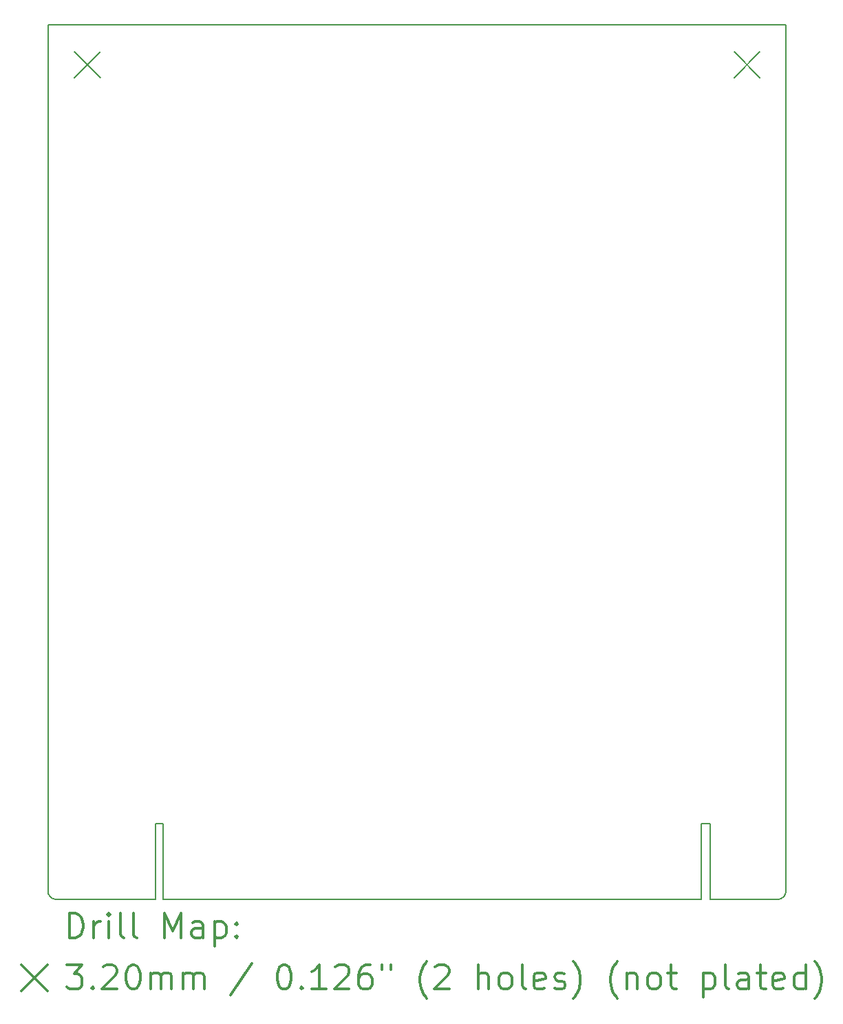
<source format=gbr>
%FSLAX45Y45*%
G04 Gerber Fmt 4.5, Leading zero omitted, Abs format (unit mm)*
G04 Created by KiCad (PCBNEW 4.0.7) date 07/15/18 20:55:24*
%MOMM*%
%LPD*%
G01*
G04 APERTURE LIST*
%ADD10C,0.127000*%
%ADD11C,0.150000*%
%ADD12C,0.200000*%
%ADD13C,0.300000*%
G04 APERTURE END LIST*
D10*
D11*
X7614158Y-14453946D02*
G75*
G03X7714158Y-14553946I100000J0D01*
G01*
X16594150Y-14553946D02*
G75*
G03X16694150Y-14453946I0J100000D01*
G01*
X15758160Y-14553946D02*
X16594150Y-14553946D01*
X9030208Y-14553946D02*
X15654528Y-14553946D01*
X9030208Y-13618464D02*
X9030208Y-14553946D01*
X8936736Y-13618464D02*
X9030208Y-13618464D01*
X8936736Y-14553946D02*
X8936736Y-13618464D01*
X15758160Y-13624560D02*
X15758160Y-14553946D01*
X15654528Y-13624560D02*
X15758160Y-13624560D01*
X15654528Y-14553946D02*
X15654528Y-13624560D01*
X7614158Y-3804920D02*
X7614158Y-14453946D01*
X16694150Y-3804920D02*
X7614158Y-3804920D01*
X16694150Y-14453946D02*
X16694150Y-3804920D01*
X7714158Y-14553946D02*
X8936736Y-14553946D01*
D12*
X7938790Y-4133870D02*
X8258790Y-4453870D01*
X8258790Y-4133870D02*
X7938790Y-4453870D01*
X16055360Y-4133870D02*
X16375360Y-4453870D01*
X16375360Y-4133870D02*
X16055360Y-4453870D01*
D13*
X7878086Y-15027160D02*
X7878086Y-14727160D01*
X7949515Y-14727160D01*
X7992372Y-14741446D01*
X8020944Y-14770017D01*
X8035229Y-14798589D01*
X8049515Y-14855732D01*
X8049515Y-14898589D01*
X8035229Y-14955732D01*
X8020944Y-14984303D01*
X7992372Y-15012875D01*
X7949515Y-15027160D01*
X7878086Y-15027160D01*
X8178086Y-15027160D02*
X8178086Y-14827160D01*
X8178086Y-14884303D02*
X8192372Y-14855732D01*
X8206658Y-14841446D01*
X8235229Y-14827160D01*
X8263801Y-14827160D01*
X8363801Y-15027160D02*
X8363801Y-14827160D01*
X8363801Y-14727160D02*
X8349515Y-14741446D01*
X8363801Y-14755732D01*
X8378086Y-14741446D01*
X8363801Y-14727160D01*
X8363801Y-14755732D01*
X8549515Y-15027160D02*
X8520944Y-15012875D01*
X8506658Y-14984303D01*
X8506658Y-14727160D01*
X8706658Y-15027160D02*
X8678087Y-15012875D01*
X8663801Y-14984303D01*
X8663801Y-14727160D01*
X9049515Y-15027160D02*
X9049515Y-14727160D01*
X9149515Y-14941446D01*
X9249515Y-14727160D01*
X9249515Y-15027160D01*
X9520944Y-15027160D02*
X9520944Y-14870017D01*
X9506658Y-14841446D01*
X9478087Y-14827160D01*
X9420944Y-14827160D01*
X9392372Y-14841446D01*
X9520944Y-15012875D02*
X9492372Y-15027160D01*
X9420944Y-15027160D01*
X9392372Y-15012875D01*
X9378087Y-14984303D01*
X9378087Y-14955732D01*
X9392372Y-14927160D01*
X9420944Y-14912875D01*
X9492372Y-14912875D01*
X9520944Y-14898589D01*
X9663801Y-14827160D02*
X9663801Y-15127160D01*
X9663801Y-14841446D02*
X9692372Y-14827160D01*
X9749515Y-14827160D01*
X9778087Y-14841446D01*
X9792372Y-14855732D01*
X9806658Y-14884303D01*
X9806658Y-14970017D01*
X9792372Y-14998589D01*
X9778087Y-15012875D01*
X9749515Y-15027160D01*
X9692372Y-15027160D01*
X9663801Y-15012875D01*
X9935229Y-14998589D02*
X9949515Y-15012875D01*
X9935229Y-15027160D01*
X9920944Y-15012875D01*
X9935229Y-14998589D01*
X9935229Y-15027160D01*
X9935229Y-14841446D02*
X9949515Y-14855732D01*
X9935229Y-14870017D01*
X9920944Y-14855732D01*
X9935229Y-14841446D01*
X9935229Y-14870017D01*
X7286658Y-15361446D02*
X7606658Y-15681446D01*
X7606658Y-15361446D02*
X7286658Y-15681446D01*
X7849515Y-15357160D02*
X8035229Y-15357160D01*
X7935229Y-15471446D01*
X7978086Y-15471446D01*
X8006658Y-15485732D01*
X8020944Y-15500017D01*
X8035229Y-15528589D01*
X8035229Y-15600017D01*
X8020944Y-15628589D01*
X8006658Y-15642875D01*
X7978086Y-15657160D01*
X7892372Y-15657160D01*
X7863801Y-15642875D01*
X7849515Y-15628589D01*
X8163801Y-15628589D02*
X8178086Y-15642875D01*
X8163801Y-15657160D01*
X8149515Y-15642875D01*
X8163801Y-15628589D01*
X8163801Y-15657160D01*
X8292372Y-15385732D02*
X8306658Y-15371446D01*
X8335229Y-15357160D01*
X8406658Y-15357160D01*
X8435229Y-15371446D01*
X8449515Y-15385732D01*
X8463801Y-15414303D01*
X8463801Y-15442875D01*
X8449515Y-15485732D01*
X8278086Y-15657160D01*
X8463801Y-15657160D01*
X8649515Y-15357160D02*
X8678087Y-15357160D01*
X8706658Y-15371446D01*
X8720944Y-15385732D01*
X8735229Y-15414303D01*
X8749515Y-15471446D01*
X8749515Y-15542875D01*
X8735229Y-15600017D01*
X8720944Y-15628589D01*
X8706658Y-15642875D01*
X8678087Y-15657160D01*
X8649515Y-15657160D01*
X8620944Y-15642875D01*
X8606658Y-15628589D01*
X8592372Y-15600017D01*
X8578087Y-15542875D01*
X8578087Y-15471446D01*
X8592372Y-15414303D01*
X8606658Y-15385732D01*
X8620944Y-15371446D01*
X8649515Y-15357160D01*
X8878087Y-15657160D02*
X8878087Y-15457160D01*
X8878087Y-15485732D02*
X8892372Y-15471446D01*
X8920944Y-15457160D01*
X8963801Y-15457160D01*
X8992372Y-15471446D01*
X9006658Y-15500017D01*
X9006658Y-15657160D01*
X9006658Y-15500017D02*
X9020944Y-15471446D01*
X9049515Y-15457160D01*
X9092372Y-15457160D01*
X9120944Y-15471446D01*
X9135229Y-15500017D01*
X9135229Y-15657160D01*
X9278087Y-15657160D02*
X9278087Y-15457160D01*
X9278087Y-15485732D02*
X9292372Y-15471446D01*
X9320944Y-15457160D01*
X9363801Y-15457160D01*
X9392372Y-15471446D01*
X9406658Y-15500017D01*
X9406658Y-15657160D01*
X9406658Y-15500017D02*
X9420944Y-15471446D01*
X9449515Y-15457160D01*
X9492372Y-15457160D01*
X9520944Y-15471446D01*
X9535229Y-15500017D01*
X9535229Y-15657160D01*
X10120944Y-15342875D02*
X9863801Y-15728589D01*
X10506658Y-15357160D02*
X10535229Y-15357160D01*
X10563801Y-15371446D01*
X10578086Y-15385732D01*
X10592372Y-15414303D01*
X10606658Y-15471446D01*
X10606658Y-15542875D01*
X10592372Y-15600017D01*
X10578086Y-15628589D01*
X10563801Y-15642875D01*
X10535229Y-15657160D01*
X10506658Y-15657160D01*
X10478086Y-15642875D01*
X10463801Y-15628589D01*
X10449515Y-15600017D01*
X10435229Y-15542875D01*
X10435229Y-15471446D01*
X10449515Y-15414303D01*
X10463801Y-15385732D01*
X10478086Y-15371446D01*
X10506658Y-15357160D01*
X10735229Y-15628589D02*
X10749515Y-15642875D01*
X10735229Y-15657160D01*
X10720944Y-15642875D01*
X10735229Y-15628589D01*
X10735229Y-15657160D01*
X11035229Y-15657160D02*
X10863801Y-15657160D01*
X10949515Y-15657160D02*
X10949515Y-15357160D01*
X10920944Y-15400017D01*
X10892372Y-15428589D01*
X10863801Y-15442875D01*
X11149515Y-15385732D02*
X11163801Y-15371446D01*
X11192372Y-15357160D01*
X11263801Y-15357160D01*
X11292372Y-15371446D01*
X11306658Y-15385732D01*
X11320943Y-15414303D01*
X11320943Y-15442875D01*
X11306658Y-15485732D01*
X11135229Y-15657160D01*
X11320943Y-15657160D01*
X11578086Y-15357160D02*
X11520943Y-15357160D01*
X11492372Y-15371446D01*
X11478086Y-15385732D01*
X11449515Y-15428589D01*
X11435229Y-15485732D01*
X11435229Y-15600017D01*
X11449515Y-15628589D01*
X11463801Y-15642875D01*
X11492372Y-15657160D01*
X11549515Y-15657160D01*
X11578086Y-15642875D01*
X11592372Y-15628589D01*
X11606658Y-15600017D01*
X11606658Y-15528589D01*
X11592372Y-15500017D01*
X11578086Y-15485732D01*
X11549515Y-15471446D01*
X11492372Y-15471446D01*
X11463801Y-15485732D01*
X11449515Y-15500017D01*
X11435229Y-15528589D01*
X11720944Y-15357160D02*
X11720944Y-15414303D01*
X11835229Y-15357160D02*
X11835229Y-15414303D01*
X12278086Y-15771446D02*
X12263801Y-15757160D01*
X12235229Y-15714303D01*
X12220943Y-15685732D01*
X12206658Y-15642875D01*
X12192372Y-15571446D01*
X12192372Y-15514303D01*
X12206658Y-15442875D01*
X12220943Y-15400017D01*
X12235229Y-15371446D01*
X12263801Y-15328589D01*
X12278086Y-15314303D01*
X12378086Y-15385732D02*
X12392372Y-15371446D01*
X12420943Y-15357160D01*
X12492372Y-15357160D01*
X12520943Y-15371446D01*
X12535229Y-15385732D01*
X12549515Y-15414303D01*
X12549515Y-15442875D01*
X12535229Y-15485732D01*
X12363801Y-15657160D01*
X12549515Y-15657160D01*
X12906658Y-15657160D02*
X12906658Y-15357160D01*
X13035229Y-15657160D02*
X13035229Y-15500017D01*
X13020943Y-15471446D01*
X12992372Y-15457160D01*
X12949515Y-15457160D01*
X12920943Y-15471446D01*
X12906658Y-15485732D01*
X13220943Y-15657160D02*
X13192372Y-15642875D01*
X13178086Y-15628589D01*
X13163801Y-15600017D01*
X13163801Y-15514303D01*
X13178086Y-15485732D01*
X13192372Y-15471446D01*
X13220943Y-15457160D01*
X13263801Y-15457160D01*
X13292372Y-15471446D01*
X13306658Y-15485732D01*
X13320943Y-15514303D01*
X13320943Y-15600017D01*
X13306658Y-15628589D01*
X13292372Y-15642875D01*
X13263801Y-15657160D01*
X13220943Y-15657160D01*
X13492372Y-15657160D02*
X13463801Y-15642875D01*
X13449515Y-15614303D01*
X13449515Y-15357160D01*
X13720944Y-15642875D02*
X13692372Y-15657160D01*
X13635229Y-15657160D01*
X13606658Y-15642875D01*
X13592372Y-15614303D01*
X13592372Y-15500017D01*
X13606658Y-15471446D01*
X13635229Y-15457160D01*
X13692372Y-15457160D01*
X13720944Y-15471446D01*
X13735229Y-15500017D01*
X13735229Y-15528589D01*
X13592372Y-15557160D01*
X13849515Y-15642875D02*
X13878086Y-15657160D01*
X13935229Y-15657160D01*
X13963801Y-15642875D01*
X13978086Y-15614303D01*
X13978086Y-15600017D01*
X13963801Y-15571446D01*
X13935229Y-15557160D01*
X13892372Y-15557160D01*
X13863801Y-15542875D01*
X13849515Y-15514303D01*
X13849515Y-15500017D01*
X13863801Y-15471446D01*
X13892372Y-15457160D01*
X13935229Y-15457160D01*
X13963801Y-15471446D01*
X14078086Y-15771446D02*
X14092372Y-15757160D01*
X14120944Y-15714303D01*
X14135229Y-15685732D01*
X14149515Y-15642875D01*
X14163801Y-15571446D01*
X14163801Y-15514303D01*
X14149515Y-15442875D01*
X14135229Y-15400017D01*
X14120944Y-15371446D01*
X14092372Y-15328589D01*
X14078086Y-15314303D01*
X14620944Y-15771446D02*
X14606658Y-15757160D01*
X14578086Y-15714303D01*
X14563801Y-15685732D01*
X14549515Y-15642875D01*
X14535229Y-15571446D01*
X14535229Y-15514303D01*
X14549515Y-15442875D01*
X14563801Y-15400017D01*
X14578086Y-15371446D01*
X14606658Y-15328589D01*
X14620944Y-15314303D01*
X14735229Y-15457160D02*
X14735229Y-15657160D01*
X14735229Y-15485732D02*
X14749515Y-15471446D01*
X14778086Y-15457160D01*
X14820944Y-15457160D01*
X14849515Y-15471446D01*
X14863801Y-15500017D01*
X14863801Y-15657160D01*
X15049515Y-15657160D02*
X15020944Y-15642875D01*
X15006658Y-15628589D01*
X14992372Y-15600017D01*
X14992372Y-15514303D01*
X15006658Y-15485732D01*
X15020944Y-15471446D01*
X15049515Y-15457160D01*
X15092372Y-15457160D01*
X15120944Y-15471446D01*
X15135229Y-15485732D01*
X15149515Y-15514303D01*
X15149515Y-15600017D01*
X15135229Y-15628589D01*
X15120944Y-15642875D01*
X15092372Y-15657160D01*
X15049515Y-15657160D01*
X15235229Y-15457160D02*
X15349515Y-15457160D01*
X15278086Y-15357160D02*
X15278086Y-15614303D01*
X15292372Y-15642875D01*
X15320944Y-15657160D01*
X15349515Y-15657160D01*
X15678086Y-15457160D02*
X15678086Y-15757160D01*
X15678086Y-15471446D02*
X15706658Y-15457160D01*
X15763801Y-15457160D01*
X15792372Y-15471446D01*
X15806658Y-15485732D01*
X15820944Y-15514303D01*
X15820944Y-15600017D01*
X15806658Y-15628589D01*
X15792372Y-15642875D01*
X15763801Y-15657160D01*
X15706658Y-15657160D01*
X15678086Y-15642875D01*
X15992372Y-15657160D02*
X15963801Y-15642875D01*
X15949515Y-15614303D01*
X15949515Y-15357160D01*
X16235229Y-15657160D02*
X16235229Y-15500017D01*
X16220944Y-15471446D01*
X16192372Y-15457160D01*
X16135229Y-15457160D01*
X16106658Y-15471446D01*
X16235229Y-15642875D02*
X16206658Y-15657160D01*
X16135229Y-15657160D01*
X16106658Y-15642875D01*
X16092372Y-15614303D01*
X16092372Y-15585732D01*
X16106658Y-15557160D01*
X16135229Y-15542875D01*
X16206658Y-15542875D01*
X16235229Y-15528589D01*
X16335229Y-15457160D02*
X16449515Y-15457160D01*
X16378087Y-15357160D02*
X16378087Y-15614303D01*
X16392372Y-15642875D01*
X16420944Y-15657160D01*
X16449515Y-15657160D01*
X16663801Y-15642875D02*
X16635229Y-15657160D01*
X16578087Y-15657160D01*
X16549515Y-15642875D01*
X16535229Y-15614303D01*
X16535229Y-15500017D01*
X16549515Y-15471446D01*
X16578087Y-15457160D01*
X16635229Y-15457160D01*
X16663801Y-15471446D01*
X16678087Y-15500017D01*
X16678087Y-15528589D01*
X16535229Y-15557160D01*
X16935230Y-15657160D02*
X16935230Y-15357160D01*
X16935230Y-15642875D02*
X16906658Y-15657160D01*
X16849515Y-15657160D01*
X16820944Y-15642875D01*
X16806658Y-15628589D01*
X16792372Y-15600017D01*
X16792372Y-15514303D01*
X16806658Y-15485732D01*
X16820944Y-15471446D01*
X16849515Y-15457160D01*
X16906658Y-15457160D01*
X16935230Y-15471446D01*
X17049515Y-15771446D02*
X17063801Y-15757160D01*
X17092372Y-15714303D01*
X17106658Y-15685732D01*
X17120944Y-15642875D01*
X17135230Y-15571446D01*
X17135230Y-15514303D01*
X17120944Y-15442875D01*
X17106658Y-15400017D01*
X17092372Y-15371446D01*
X17063801Y-15328589D01*
X17049515Y-15314303D01*
M02*

</source>
